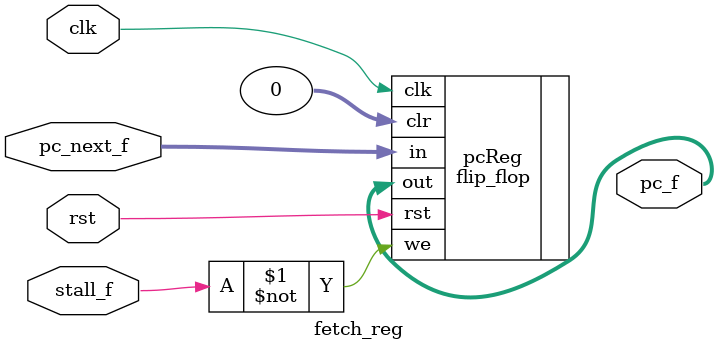
<source format=sv>
module fetch_reg (
    input   logic   clk, rst,
    input   logic   stall_f,
    input   logic   [31:0]pc_next_f,
    output  logic   [31:0]pc_f
);
    flip_flop pcReg (
        .clk(clk),
        .rst(rst),
        .we(~stall_f),
        .clr(0),
        .in(pc_next_f),
        .out(pc_f)
    );

endmodule: fetch_reg
</source>
